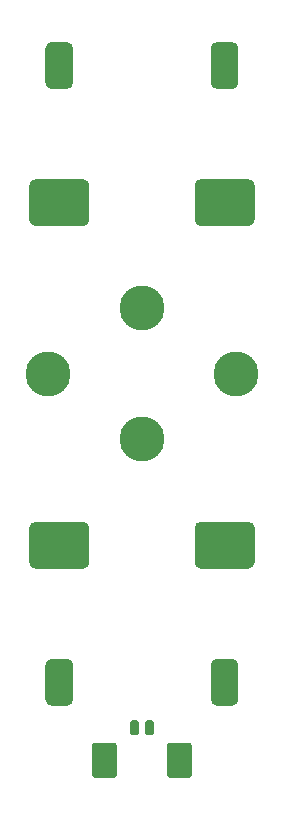
<source format=gtp>
G04 #@! TF.GenerationSoftware,KiCad,Pcbnew,(5.1.8)-1*
G04 #@! TF.CreationDate,2020-11-25T14:47:02+01:00*
G04 #@! TF.ProjectId,GN_BatteryHolder,474e5f42-6174-4746-9572-79486f6c6465,1.0*
G04 #@! TF.SameCoordinates,PX8f0d180PY5f5e100*
G04 #@! TF.FileFunction,Paste,Top*
G04 #@! TF.FilePolarity,Positive*
%FSLAX46Y46*%
G04 Gerber Fmt 4.6, Leading zero omitted, Abs format (unit mm)*
G04 Created by KiCad (PCBNEW (5.1.8)-1) date 2020-11-25 14:47:02*
%MOMM*%
%LPD*%
G01*
G04 APERTURE LIST*
%ADD10C,3.810000*%
G04 APERTURE END LIST*
D10*
X-7937500Y2000000D03*
X7937500Y2000000D03*
X0Y-3549900D03*
X0Y7549900D03*
X7937500Y2000000D03*
G36*
G01*
X-6331675Y26130000D02*
X-7668325Y26130000D01*
G75*
G02*
X-8168400Y26630075I0J500075D01*
G01*
X-8168400Y29592325D01*
G75*
G02*
X-7668325Y30092400I500075J0D01*
G01*
X-6331675Y30092400D01*
G75*
G02*
X-5831600Y29592325I0J-500075D01*
G01*
X-5831600Y26630075D01*
G75*
G02*
X-6331675Y26130000I-500075J0D01*
G01*
G37*
G36*
G01*
X-4958960Y14523400D02*
X-9041040Y14523400D01*
G75*
G02*
X-9540000Y15022360I0J498960D01*
G01*
X-9540000Y17984440D01*
G75*
G02*
X-9041040Y18483400I498960J0D01*
G01*
X-4958960Y18483400D01*
G75*
G02*
X-4460000Y17984440I0J-498960D01*
G01*
X-4460000Y15022360D01*
G75*
G02*
X-4958960Y14523400I-498960J0D01*
G01*
G37*
G36*
G01*
X-6331675Y-26092400D02*
X-7668325Y-26092400D01*
G75*
G02*
X-8168400Y-25592325I0J500075D01*
G01*
X-8168400Y-22630075D01*
G75*
G02*
X-7668325Y-22130000I500075J0D01*
G01*
X-6331675Y-22130000D01*
G75*
G02*
X-5831600Y-22630075I0J-500075D01*
G01*
X-5831600Y-25592325D01*
G75*
G02*
X-6331675Y-26092400I-500075J0D01*
G01*
G37*
G36*
G01*
X-4958960Y-14483400D02*
X-9041040Y-14483400D01*
G75*
G02*
X-9540000Y-13984440I0J498960D01*
G01*
X-9540000Y-11022360D01*
G75*
G02*
X-9041040Y-10523400I498960J0D01*
G01*
X-4958960Y-10523400D01*
G75*
G02*
X-4460000Y-11022360I0J-498960D01*
G01*
X-4460000Y-13984440D01*
G75*
G02*
X-4958960Y-14483400I-498960J0D01*
G01*
G37*
G36*
G01*
X9041040Y-14483400D02*
X4958960Y-14483400D01*
G75*
G02*
X4460000Y-13984440I0J498960D01*
G01*
X4460000Y-11022360D01*
G75*
G02*
X4958960Y-10523400I498960J0D01*
G01*
X9041040Y-10523400D01*
G75*
G02*
X9540000Y-11022360I0J-498960D01*
G01*
X9540000Y-13984440D01*
G75*
G02*
X9041040Y-14483400I-498960J0D01*
G01*
G37*
G36*
G01*
X7668325Y-26092400D02*
X6331675Y-26092400D01*
G75*
G02*
X5831600Y-25592325I0J500075D01*
G01*
X5831600Y-22630075D01*
G75*
G02*
X6331675Y-22130000I500075J0D01*
G01*
X7668325Y-22130000D01*
G75*
G02*
X8168400Y-22630075I0J-500075D01*
G01*
X8168400Y-25592325D01*
G75*
G02*
X7668325Y-26092400I-500075J0D01*
G01*
G37*
G36*
G01*
X9041040Y14523400D02*
X4958960Y14523400D01*
G75*
G02*
X4460000Y15022360I0J498960D01*
G01*
X4460000Y17984440D01*
G75*
G02*
X4958960Y18483400I498960J0D01*
G01*
X9041040Y18483400D01*
G75*
G02*
X9540000Y17984440I0J-498960D01*
G01*
X9540000Y15022360D01*
G75*
G02*
X9041040Y14523400I-498960J0D01*
G01*
G37*
G36*
G01*
X7668325Y26130000D02*
X6331675Y26130000D01*
G75*
G02*
X5831600Y26630075I0J500075D01*
G01*
X5831600Y29592325D01*
G75*
G02*
X6331675Y30092400I500075J0D01*
G01*
X7668325Y30092400D01*
G75*
G02*
X8168400Y29592325I0J-500075D01*
G01*
X8168400Y26630075D01*
G75*
G02*
X7668325Y26130000I-500075J0D01*
G01*
G37*
G36*
G01*
X-1025000Y-28410000D02*
X-1025000Y-27510000D01*
G75*
G02*
X-825000Y-27310000I200000J0D01*
G01*
X-425000Y-27310000D01*
G75*
G02*
X-225000Y-27510000I0J-200000D01*
G01*
X-225000Y-28410000D01*
G75*
G02*
X-425000Y-28610000I-200000J0D01*
G01*
X-825000Y-28610000D01*
G75*
G02*
X-1025000Y-28410000I0J200000D01*
G01*
G37*
G36*
G01*
X225000Y-28410000D02*
X225000Y-27510000D01*
G75*
G02*
X425000Y-27310000I200000J0D01*
G01*
X825000Y-27310000D01*
G75*
G02*
X1025000Y-27510000I0J-200000D01*
G01*
X1025000Y-28410000D01*
G75*
G02*
X825000Y-28610000I-200000J0D01*
G01*
X425000Y-28610000D01*
G75*
G02*
X225000Y-28410000I0J200000D01*
G01*
G37*
G36*
G01*
X-4225000Y-31960001D02*
X-4225000Y-29459999D01*
G75*
G02*
X-3975001Y-29210000I249999J0D01*
G01*
X-2374999Y-29210000D01*
G75*
G02*
X-2125000Y-29459999I0J-249999D01*
G01*
X-2125000Y-31960001D01*
G75*
G02*
X-2374999Y-32210000I-249999J0D01*
G01*
X-3975001Y-32210000D01*
G75*
G02*
X-4225000Y-31960001I0J249999D01*
G01*
G37*
G36*
G01*
X2125000Y-31960001D02*
X2125000Y-29459999D01*
G75*
G02*
X2374999Y-29210000I249999J0D01*
G01*
X3975001Y-29210000D01*
G75*
G02*
X4225000Y-29459999I0J-249999D01*
G01*
X4225000Y-31960001D01*
G75*
G02*
X3975001Y-32210000I-249999J0D01*
G01*
X2374999Y-32210000D01*
G75*
G02*
X2125000Y-31960001I0J249999D01*
G01*
G37*
M02*

</source>
